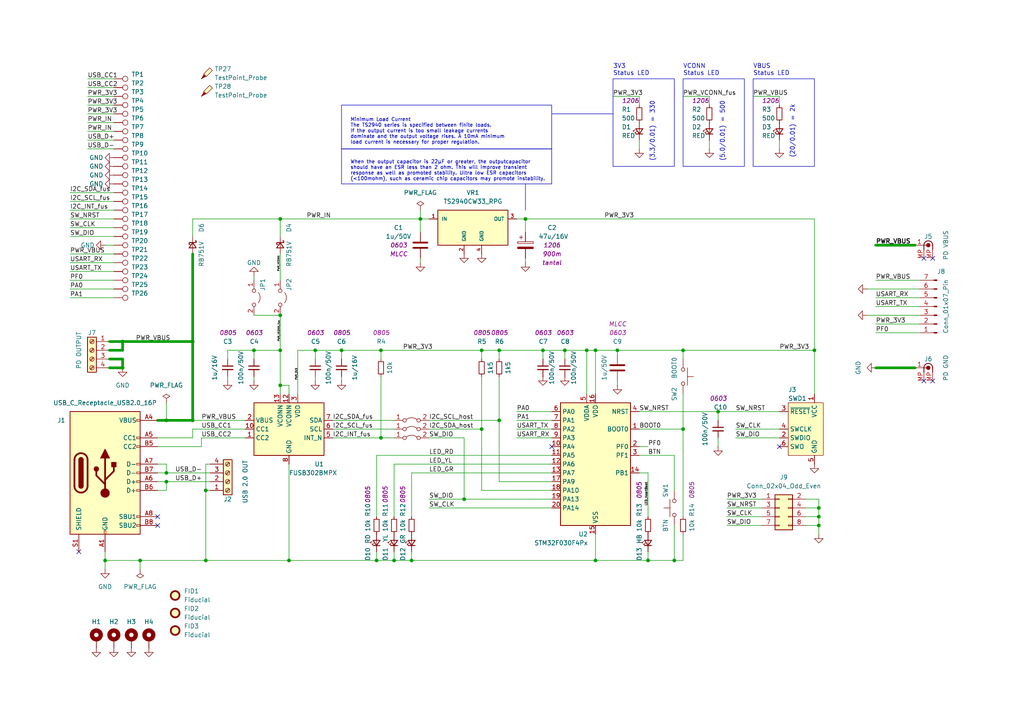
<source format=kicad_sch>
(kicad_sch (version 20231120) (generator "eeschema") (generator_version "8.0")
  (paper "A4")
  (junction (at 208.28 119.38))
  (junction (at 73.66 101.6))
  (junction (at 109.22 162.56))
  (junction (at 81.28 63.5))
  (junction (at 81.28 111.76))
  (junction (at 139.7 124.46))
  (junction (at 99.06 101.6))
  (junction (at 35.56 99.06))
  (junction (at 119.38 162.56))
  (junction (at 237.49 152.4))
  (junction (at 195.58 162.56))
  (junction (at 110.49 101.6))
  (junction (at 139.7 101.6))
  (junction (at 48.26 121.92))
  (junction (at 152.4 63.5))
  (junction (at 172.72 101.6))
  (junction (at 114.3 162.56))
  (junction (at 236.22 101.6))
  (junction (at 91.44 101.6))
  (junction (at 198.12 101.6))
  (junction (at 187.96 162.56))
  (junction (at 81.28 91.44))
  (junction (at 59.69 142.24))
  (junction (at 55.88 99.06))
  (junction (at 157.48 101.6))
  (junction (at 83.82 162.56))
  (junction (at 170.18 101.6))
  (junction (at 48.26 139.7))
  (junction (at 163.83 101.6))
  (junction (at 198.12 124.46))
  (junction (at 172.72 162.56))
  (junction (at 110.49 127))
  (junction (at 55.88 121.92))
  (junction (at 237.49 147.32))
  (junction (at 144.78 101.6))
  (junction (at 237.49 149.86))
  (junction (at 134.62 144.78))
  (junction (at 121.92 63.5))
  (junction (at 48.26 137.16))
  (junction (at 30.48 162.56))
  (junction (at 35.56 106.68))
  (junction (at 59.69 162.56))
  (junction (at 81.28 101.6))
  (junction (at 144.78 121.92))
  (junction (at 40.64 162.56))
  (junction (at 179.07 101.6))
  (no_connect (at 45.72 152.4))
  (no_connect (at 22.86 160.02))
  (no_connect (at 45.72 149.86))
  (no_connect (at 226.06 129.54))
  (no_connect (at 160.02 129.54))
  (no_connect (at 267.97 74.93))
  (no_connect (at 270.51 110.49))
  (no_connect (at 270.51 74.93))
  (no_connect (at 267.97 110.49))
  (wire (pts (xy 226.06 27.94) (xy 226.06 30.48)))
  (wire (pts (xy 198.12 101.6) (xy 236.22 101.6)))
  (wire (pts (xy 31.75 99.06) (xy 35.56 99.06)) (stroke (width 0.762)))
  (wire (pts (xy 25.4 43.18) (xy 33.02 43.18)))
  (wire (pts (xy 81.28 101.6) (xy 81.28 111.76)))
  (wire (pts (xy 254 71.12) (xy 265.43 71.12)) (stroke (width 0.762)))
  (wire (pts (xy 187.96 160.02) (xy 187.96 162.56)))
  (wire (pts (xy 114.3 162.56) (xy 119.38 162.56)))
  (wire (pts (xy 149.86 121.92) (xy 160.02 121.92)))
  (wire (pts (xy 254 96.52) (xy 266.7 96.52)))
  (wire (pts (xy 185.42 119.38) (xy 208.28 119.38)))
  (wire (pts (xy 237.49 149.86) (xy 237.49 147.32)))
  (wire (pts (xy 144.78 109.22) (xy 144.78 121.92)))
  (wire (pts (xy 91.44 101.6) (xy 86.36 101.6)))
  (wire (pts (xy 205.74 40.64) (xy 205.74 43.18)))
  (wire (pts (xy 152.4 63.5) (xy 152.4 67.31)))
  (wire (pts (xy 45.72 134.62) (xy 48.26 134.62)))
  (wire (pts (xy 73.66 101.6) (xy 73.66 104.14)))
  (wire (pts (xy 40.64 162.56) (xy 59.69 162.56)))
  (wire (pts (xy 110.49 127) (xy 114.3 127)))
  (wire (pts (xy 233.68 152.4) (xy 237.49 152.4)))
  (wire (pts (xy 187.96 162.56) (xy 195.58 162.56)))
  (wire (pts (xy 124.46 121.92) (xy 144.78 121.92)))
  (wire (pts (xy 144.78 101.6) (xy 144.78 104.14)))
  (wire (pts (xy 35.56 99.06) (xy 35.56 101.6)) (stroke (width 0.762)))
  (wire (pts (xy 73.66 80.01) (xy 73.66 81.28)))
  (wire (pts (xy 139.7 101.6) (xy 139.7 104.14)))
  (wire (pts (xy 55.88 124.46) (xy 71.12 124.46)))
  (wire (pts (xy 25.4 40.64) (xy 33.02 40.64)))
  (wire (pts (xy 185.42 40.64) (xy 185.42 43.18)))
  (wire (pts (xy 20.32 83.82) (xy 33.02 83.82)))
  (wire (pts (xy 179.07 110.49) (xy 179.07 111.76)))
  (wire (pts (xy 48.26 121.92) (xy 55.88 121.92)) (stroke (width 0.762)))
  (wire (pts (xy 25.4 35.56) (xy 33.02 35.56)))
  (wire (pts (xy 96.52 124.46) (xy 114.3 124.46)))
  (wire (pts (xy 25.4 30.48) (xy 33.02 30.48)))
  (wire (pts (xy 185.42 129.54) (xy 187.96 129.54)))
  (wire (pts (xy 121.92 63.5) (xy 121.92 67.31)))
  (wire (pts (xy 179.07 101.6) (xy 179.07 102.87)))
  (wire (pts (xy 81.28 91.44) (xy 81.28 101.6)))
  (wire (pts (xy 121.92 63.5) (xy 124.46 63.5)))
  (wire (pts (xy 198.12 124.46) (xy 198.12 149.86)))
  (wire (pts (xy 139.7 101.6) (xy 144.78 101.6)))
  (wire (pts (xy 210.82 144.78) (xy 220.98 144.78)))
  (wire (pts (xy 149.86 127) (xy 160.02 127)))
  (wire (pts (xy 208.28 119.38) (xy 226.06 119.38)))
  (wire (pts (xy 55.88 63.5) (xy 81.28 63.5)))
  (wire (pts (xy 233.68 149.86) (xy 237.49 149.86)))
  (wire (pts (xy 198.12 114.3) (xy 198.12 124.46)))
  (wire (pts (xy 210.82 149.86) (xy 220.98 149.86)))
  (wire (pts (xy 20.32 55.88) (xy 33.02 55.88)))
  (wire (pts (xy 172.72 101.6) (xy 179.07 101.6)))
  (wire (pts (xy 185.42 27.94) (xy 185.42 30.48)))
  (wire (pts (xy 172.72 101.6) (xy 170.18 101.6)))
  (wire (pts (xy 114.3 160.02) (xy 114.3 162.56)))
  (wire (pts (xy 213.36 124.46) (xy 226.06 124.46)))
  (wire (pts (xy 160.02 142.24) (xy 139.7 142.24)))
  (wire (pts (xy 48.26 139.7) (xy 60.96 139.7)))
  (wire (pts (xy 48.26 139.7) (xy 48.26 142.24)))
  (wire (pts (xy 179.07 101.6) (xy 198.12 101.6)))
  (wire (pts (xy 81.28 111.76) (xy 83.82 111.76)))
  (wire (pts (xy 20.32 78.74) (xy 33.02 78.74)))
  (wire (pts (xy 110.49 101.6) (xy 110.49 104.14)))
  (wire (pts (xy 144.78 139.7) (xy 160.02 139.7)))
  (wire (pts (xy 59.69 142.24) (xy 60.96 142.24)))
  (wire (pts (xy 59.69 134.62) (xy 59.69 142.24)))
  (wire (pts (xy 149.86 124.46) (xy 160.02 124.46)))
  (wire (pts (xy 124.46 127) (xy 134.62 127)))
  (wire (pts (xy 152.4 63.5) (xy 236.22 63.5)))
  (wire (pts (xy 237.49 144.78) (xy 233.68 144.78)))
  (wire (pts (xy 187.96 137.16) (xy 187.96 149.86)))
  (wire (pts (xy 55.88 121.92) (xy 71.12 121.92)))
  (wire (pts (xy 195.58 152.4) (xy 195.58 162.56)))
  (wire (pts (xy 195.58 162.56) (xy 198.12 162.56)))
  (wire (pts (xy 20.32 81.28) (xy 33.02 81.28)))
  (wire (pts (xy 81.28 63.5) (xy 81.28 68.58)))
  (wire (pts (xy 114.3 134.62) (xy 114.3 149.86)))
  (wire (pts (xy 20.32 68.58) (xy 33.02 68.58)))
  (wire (pts (xy 20.32 58.42) (xy 33.02 58.42)))
  (wire (pts (xy 99.06 109.22) (xy 99.06 110.49)))
  (wire (pts (xy 55.88 99.06) (xy 55.88 121.92)) (stroke (width 0.762)))
  (wire (pts (xy 86.36 101.6) (xy 86.36 114.3)))
  (wire (pts (xy 25.4 38.1) (xy 33.02 38.1)))
  (wire (pts (xy 139.7 142.24) (xy 139.7 124.46)))
  (wire (pts (xy 185.42 124.46) (xy 198.12 124.46)))
  (wire (pts (xy 163.83 101.6) (xy 170.18 101.6)))
  (wire (pts (xy 218.44 27.94) (xy 226.06 27.94)))
  (wire (pts (xy 30.48 71.12) (xy 33.02 71.12)))
  (wire (pts (xy 210.82 147.32) (xy 220.98 147.32)))
  (wire (pts (xy 55.88 127) (xy 45.72 127)))
  (wire (pts (xy 83.82 114.3) (xy 83.82 111.76)))
  (wire (pts (xy 172.72 101.6) (xy 172.72 114.3)))
  (wire (pts (xy 109.22 132.08) (xy 109.22 149.86)))
  (wire (pts (xy 35.56 104.14) (xy 35.56 106.68)) (stroke (width 0.762)))
  (wire (pts (xy 198.12 154.94) (xy 198.12 162.56)))
  (polyline (pts (xy 152.4 53.34) (xy 152.4 60.96)))
  (wire (pts (xy 66.04 109.22) (xy 66.04 110.49)))
  (wire (pts (xy 134.62 144.78) (xy 160.02 144.78)))
  (wire (pts (xy 124.46 147.32) (xy 160.02 147.32)))
  (wire (pts (xy 96.52 121.92) (xy 114.3 121.92)))
  (wire (pts (xy 177.8 27.94) (xy 185.42 27.94)))
  (wire (pts (xy 254 88.9) (xy 266.7 88.9)))
  (wire (pts (xy 237.49 152.4) (xy 237.49 149.86)))
  (wire (pts (xy 45.72 142.24) (xy 48.26 142.24)))
  (polyline (pts (xy 160.02 33.02) (xy 177.8 33.02)))
  (wire (pts (xy 172.72 162.56) (xy 187.96 162.56)))
  (wire (pts (xy 20.32 63.5) (xy 33.02 63.5)))
  (wire (pts (xy 144.78 101.6) (xy 157.48 101.6)))
  (wire (pts (xy 208.28 119.38) (xy 208.28 121.92)))
  (wire (pts (xy 208.28 127) (xy 208.28 129.54)))
  (wire (pts (xy 121.92 60.96) (xy 121.92 63.5)))
  (wire (pts (xy 157.48 101.6) (xy 157.48 104.14)))
  (wire (pts (xy 254 106.68) (xy 265.43 106.68)) (stroke (width 0.762)))
  (wire (pts (xy 99.06 101.6) (xy 99.06 104.14)))
  (wire (pts (xy 48.26 134.62) (xy 48.26 137.16)))
  (wire (pts (xy 58.42 127) (xy 71.12 127)))
  (wire (pts (xy 25.4 33.02) (xy 33.02 33.02)))
  (wire (pts (xy 124.46 124.46) (xy 139.7 124.46)))
  (wire (pts (xy 25.4 22.86) (xy 33.02 22.86)))
  (wire (pts (xy 134.62 127) (xy 134.62 144.78)))
  (wire (pts (xy 30.48 165.1) (xy 30.48 162.56)))
  (wire (pts (xy 31.75 101.6) (xy 35.56 101.6)) (stroke (width 0.762)))
  (wire (pts (xy 81.28 101.6) (xy 73.66 101.6)))
  (wire (pts (xy 30.48 162.56) (xy 40.64 162.56)))
  (wire (pts (xy 45.72 137.16) (xy 48.26 137.16)))
  (wire (pts (xy 91.44 101.6) (xy 91.44 104.14)))
  (wire (pts (xy 25.4 25.4) (xy 33.02 25.4)))
  (wire (pts (xy 237.49 154.94) (xy 237.49 152.4)))
  (wire (pts (xy 109.22 132.08) (xy 160.02 132.08)))
  (wire (pts (xy 251.46 83.82) (xy 266.7 83.82)))
  (wire (pts (xy 198.12 27.94) (xy 205.74 27.94)))
  (wire (pts (xy 170.18 101.6) (xy 170.18 114.3)))
  (wire (pts (xy 81.28 111.76) (xy 81.28 114.3)))
  (wire (pts (xy 30.48 160.02) (xy 30.48 162.56)))
  (wire (pts (xy 55.88 124.46) (xy 55.88 127)))
  (wire (pts (xy 45.72 139.7) (xy 48.26 139.7)))
  (wire (pts (xy 31.75 104.14) (xy 35.56 104.14)) (stroke (width 0.762)))
  (wire (pts (xy 55.88 73.66) (xy 55.88 99.06)) (stroke (width 0.762)))
  (wire (pts (xy 96.52 127) (xy 110.49 127)))
  (wire (pts (xy 83.82 162.56) (xy 109.22 162.56)))
  (wire (pts (xy 55.88 63.5) (xy 55.88 68.58)))
  (wire (pts (xy 144.78 121.92) (xy 144.78 139.7)))
  (wire (pts (xy 157.48 101.6) (xy 163.83 101.6)))
  (wire (pts (xy 185.42 132.08) (xy 195.58 132.08)))
  (wire (pts (xy 172.72 154.94) (xy 172.72 162.56)))
  (wire (pts (xy 20.32 60.96) (xy 33.02 60.96)))
  (wire (pts (xy 81.28 63.5) (xy 121.92 63.5)))
  (wire (pts (xy 81.28 73.66) (xy 81.28 81.28)))
  (wire (pts (xy 114.3 134.62) (xy 160.02 134.62)))
  (wire (pts (xy 233.68 147.32) (xy 237.49 147.32)))
  (wire (pts (xy 254 86.36) (xy 266.7 86.36)))
  (wire (pts (xy 110.49 101.6) (xy 139.7 101.6)))
  (wire (pts (xy 35.56 99.06) (xy 55.88 99.06)) (stroke (width 0.762)))
  (wire (pts (xy 73.66 109.22) (xy 73.66 110.49)))
  (wire (pts (xy 31.75 106.68) (xy 35.56 106.68)) (stroke (width 0.762)))
  (wire (pts (xy 251.46 91.44) (xy 266.7 91.44)))
  (wire (pts (xy 163.83 101.6) (xy 163.83 104.14)))
  (wire (pts (xy 205.74 27.94) (xy 205.74 30.48)))
  (wire (pts (xy 91.44 101.6) (xy 99.06 101.6)))
  (wire (pts (xy 109.22 162.56) (xy 114.3 162.56)))
  (wire (pts (xy 58.42 129.54) (xy 58.42 127)))
  (wire (pts (xy 198.12 101.6) (xy 198.12 104.14)))
  (wire (pts (xy 48.26 116.84) (xy 48.26 121.92)))
  (wire (pts (xy 59.69 162.56) (xy 83.82 162.56)))
  (wire (pts (xy 124.46 144.78) (xy 134.62 144.78)))
  (wire (pts (xy 237.49 147.32) (xy 237.49 144.78)))
  (wire (pts (xy 226.06 40.64) (xy 226.06 43.18)))
  (wire (pts (xy 110.49 109.22) (xy 110.49 127)))
  (wire (pts (xy 59.69 142.24) (xy 59.69 162.56)))
  (wire (pts (xy 119.38 160.02) (xy 119.38 162.56)))
  (wire (pts (xy 99.06 101.6) (xy 110.49 101.6)))
  (wire (pts (xy 66.04 101.6) (xy 66.04 104.14)))
  (wire (pts (xy 73.66 101.6) (xy 66.04 101.6)))
  (wire (pts (xy 149.86 119.38) (xy 160.02 119.38)))
  (wire (pts (xy 119.38 137.16) (xy 160.02 137.16)))
  (wire (pts (xy 139.7 109.22) (xy 139.7 124.46)))
  (wire (pts (xy 83.82 134.62) (xy 83.82 162.56)))
  (wire (pts (xy 45.72 121.92) (xy 48.26 121.92)) (stroke (width 0.762)))
  (wire (pts (xy 149.86 63.5) (xy 152.4 63.5)))
  (wire (pts (xy 121.92 74.93) (xy 121.92 76.2)))
  (wire (pts (xy 20.32 86.36) (xy 33.02 86.36)))
  (wire (pts (xy 91.44 109.22) (xy 91.44 110.49)))
  (wire (pts (xy 45.72 129.54) (xy 58.42 129.54)))
  (wire (pts (xy 213.36 127) (xy 226.06 127)))
  (wire (pts (xy 20.32 76.2) (xy 33.02 76.2)))
  (wire (pts (xy 73.66 91.44) (xy 81.28 91.44)))
  (wire (pts (xy 25.4 27.94) (xy 33.02 27.94)))
  (wire (pts (xy 185.42 137.16) (xy 187.96 137.16)))
  (wire (pts (xy 40.64 165.1) (xy 40.64 162.56)))
  (wire (pts (xy 254 81.28) (xy 266.7 81.28)))
  (wire (pts (xy 195.58 132.08) (xy 195.58 142.24)))
  (wire (pts (xy 48.26 137.16) (xy 60.96 137.16)))
  (wire (pts (xy 119.38 162.56) (xy 172.72 162.56)))
  (wire (pts (xy 20.32 66.04) (xy 33.02 66.04)))
  (wire (pts (xy 152.4 74.93) (xy 152.4 76.2)))
  (wire (pts (xy 236.22 101.6) (xy 236.22 114.3)))
  (wire (pts (xy 109.22 160.02) (xy 109.22 162.56)))
  (wire (pts (xy 60.96 134.62) (xy 59.69 134.62)))
  (wire (pts (xy 119.38 137.16) (xy 119.38 149.86)))
  (wire (pts (xy 210.82 152.4) (xy 220.98 152.4)))
  (wire (pts (xy 254 93.98) (xy 266.7 93.98)))
  (wire (pts (xy 20.32 73.66) (xy 33.02 73.66)))
  (wire (pts (xy 236.22 63.5) (xy 236.22 101.6)))
  (rectangle (start 99.06 30.48) (end 160.02 43.18))
  (rectangle (start 99.06 43.18) (end 160.02 53.34))
  (rectangle (start 218.44 22.86) (end 236.22 48.26))
  (rectangle (start 198.12 22.86) (end 215.9 48.26))
  (rectangle (start 177.8 22.86) (end 195.58 48.26))
  (text "(5.0/0.01) = 500" (at 209.55 38.1 90) (effects (font (size 1.27 1.27))))
  (text "VBUS\nStatus LED" (at 218.44 20.32 0) (effects (font (size 1.27 1.27)) (justify left)))
  (text "VCONN\nStatus LED" (at 198.12 20.32 0) (effects (font (size 1.27 1.27)) (justify left)))
  (text "Minimum Load Current\nThe TS2940 series is specified between finite loads. \nIf the output current is too small leakage currents \ndominate and the output voltage rises. A 10mA minimum \nload current is necessary for proper regulation. " (at 101.6 38.1 0) (effects (font (size 1.016 1.016)) (justify left)))
  (text "When the output capacitor is 22µF or greater, the outputcapacitor \nshould have an ESR less than 2 ohm. This will improve transient \nresponse as well as promoted stability. Ultra low ESR capacitors \n(<100mohm), such as ceramic chip capacitors may promote instability." (at 101.6 49.53 0) (effects (font (size 1.016 1.016)) (justify left)))
  (text "(20/0.01) = 2k" (at 229.87 38.1 90) (effects (font (size 1.27 1.27))))
  (text "3V3\nStatus LED" (at 177.8 20.32 0) (effects (font (size 1.27 1.27)) (justify left)))
  (text "(3.3/0.01) = 330" (at 189.23 38.1 90) (effects (font (size 1.27 1.27))))
  (label "LED_YL" (at 124.46 134.62 0))
  (label "SW_CLK" (at 20.32 66.04 0))
  (label "PWR_3V3" (at 86.36 106.68 270) (effects (font (size 0.508 0.508))))
  (label "PWR_VBUS" (at 254 71.12 0) (effects (font (thickness 0.254) (bold yes))))
  (label "PWR_3V3" (at 25.4 33.02 0))
  (label "PA0" (at 149.86 119.38 0))
  (label "USB_CC2" (at 25.4 25.4 0))
  (label "PWR_3V3" (at 254 93.98 0))
  (label "PWR_VBUS" (at 218.44 27.94 0))
  (label "USART_RX" (at 149.86 127 0))
  (label "PWR_VCONN_fus" (at 81.28 99.06 90) (effects (font (size 0.508 0.508))))
  (label "I2C_SDA_fus" (at 96.52 121.92 0))
  (label "I2C_INT_fus" (at 96.52 127 0))
  (label "SW_CLK" (at 124.46 147.32 0))
  (label "PWR_IN" (at 88.9 63.5 0))
  (label "SW_NRST" (at 213.36 119.38 0))
  (label "SW_DIO" (at 213.36 127 0))
  (label "SW_NRST" (at 210.82 147.32 0))
  (label "SW_NRST" (at 20.32 63.5 0))
  (label "LED_heartBeat" (at 187.96 139.7 270) (effects (font (size 0.635 0.635))))
  (label "BTN" (at 187.96 132.08 0))
  (label "USB_D-" (at 50.8 137.16 0))
  (label "SW_NRST" (at 185.42 119.38 0))
  (label "PF0" (at 254 96.52 0))
  (label "I2C_SCL_host" (at 124.46 121.92 0))
  (label "PWR_3V3" (at 116.84 101.6 0))
  (label "USART_TX" (at 149.86 124.46 0))
  (label "PA1" (at 20.32 86.36 0))
  (label "I2C_INT_fus" (at 20.32 60.96 0))
  (label "SW_DIO" (at 124.46 144.78 0))
  (label "USB_D-" (at 25.4 43.18 0))
  (label "PA0" (at 20.32 83.82 0))
  (label "PWR_VCONN_fus" (at 198.12 27.94 0))
  (label "LED_GR" (at 124.46 137.16 0))
  (label "USART_TX" (at 20.32 78.74 0))
  (label "I2C_SDA_host" (at 124.46 124.46 0))
  (label "PWR_3V3" (at 210.82 144.78 0))
  (label "I2C_SCL_fus" (at 96.52 124.46 0))
  (label "PWR_VBUS" (at 58.42 121.92 0))
  (label "PWR_3V3" (at 25.4 27.94 0))
  (label "PWR_3V3" (at 25.4 30.48 0))
  (label "LED_RD" (at 124.46 132.08 0))
  (label "SW_CLK" (at 210.82 149.86 0))
  (label "PWR_3V3" (at 175.26 63.5 0))
  (label "USART_RX" (at 20.32 76.2 0))
  (label "PA1" (at 149.86 121.92 0))
  (label "USART_TX" (at 254 88.9 0))
  (label "SW_DIO" (at 124.46 127 0))
  (label "BOOT0" (at 185.42 124.46 0))
  (label "USB_CC2" (at 58.42 127 0))
  (label "PWR_IN" (at 25.4 35.56 0))
  (label "USB_CC1" (at 58.42 124.46 0))
  (label "USB_CC1" (at 25.4 22.86 0))
  (label "PWR_VBUS" (at 254 81.28 0))
  (label "USB_D+" (at 50.8 139.7 0))
  (label "PWR_VBUS" (at 20.32 73.66 0))
  (label "SW_DIO" (at 20.32 68.58 0))
  (label "I2C_SDA_fus" (at 20.32 55.88 0))
  (label "SW_DIO" (at 210.82 152.4 0))
  (label "PF0" (at 187.96 129.54 0))
  (label "I2C_SCL_fus" (at 20.32 58.42 0))
  (label "SW_CLK" (at 213.36 124.46 0))
  (label "PWR_VBUS" (at 39.37 99.06 0))
  (label "PF0" (at 20.32 81.28 0))
  (label "PWR_3V3" (at 177.8 27.94 0))
  (label "USART_RX" (at 254 86.36 0))
  (label "PWR_3V3" (at 226.06 101.6 0))
  (label "PWR_VCONN" (at 81.28 78.74 90) (effects (font (size 0.508 0.508) (thickness 0.254) (bold yes))))
  (label "PWR_IN" (at 25.4 38.1 0))
  (label "USB_D+" (at 25.4 40.64 0))
  (symbol (lib_id "Connector:TestPoint") (at 33.02 35.56 270) (unit 1)
    (property "Reference" "TP6" (at 38.1 34.2899 90) (effects (justify left)))
    (property "Value" "TestPoint" (effects (hide yes)))
    (property "Footprint" "TestPoint:TestPoint_Pad_D1.0mm" (effects (hide yes)))
    (property "Description" "test point" (effects (hide yes)))
  )
  (symbol (lib_id "Device:R_Small") (at 139.7 106.68 0) (unit 1)
    (property "Reference" "R5" (at 138.43 99.06 0) (effects (justify left)))
    (property "Value" "1k5" (at 142.24 106.68 90))
    (property "Footprint" "Resistor_SMD:R_0805_2012Metric_Pad1.20x1.40mm_HandSolder" (effects (hide yes)))
    (property "Description" "Resistor, small symbol" (effects (hide yes)))
    (property "Package" "0805" (at 139.7 96.52 0) (effects (font (italic yes))))
  )
  (symbol (lib_id "schutzinger SWEB 8094:Banana_4mm") (at 269.24 71.12 0) (mirror y) (unit 1)
    (property "Reference" "J5" (at 269.24 68.58 0))
    (property "Value" "PD VBUS" (at 274.32 71.12 90))
    (property "Footprint" "_schutzinger SWEB 8094:SWEB 8094 RED" (effects (hide yes)))
  )
  (symbol (lib_id "power:GND") (at 33.02 48.26 270) (mirror x) (unit 1)
    (property "Reference" "#PWR029" (effects (hide yes)))
    (property "Value" "GND" (at 27.94 48.26 90))
    (property "Description" "Power symbol creates a global label with name \"GND\" , ground" (effects (hide yes)))
  )
  (symbol (lib_id "power:GND") (at 163.83 109.22 0) (unit 1)
    (property "Reference" "#PWR03" (effects (hide yes)))
    (property "Value" "GND" (effects (hide yes)))
    (property "Description" "Power symbol creates a global label with name \"GND\" , ground" (effects (hide yes)))
  )
  (symbol (lib_id "Device:C_Small") (at 66.04 106.68 0) (unit 1)
    (property "Reference" "C3" (at 66.04 99.06 0))
    (property "Value" "1u/16V" (at 62.23 106.68 90))
    (property "Footprint" "Capacitor_SMD:C_0805_2012Metric_Pad1.18x1.45mm_HandSolder" (effects (hide yes)))
    (property "Description" "Unpolarized capacitor, small symbol" (effects (hide yes)))
    (property "Package" "0805" (at 66.04 96.52 0) (effects (font (italic yes))))
  )
  (symbol (lib_id "power:GND") (at 237.49 154.94 0) (mirror y) (unit 1)
    (property "Reference" "#PWR022" (effects (hide yes)))
    (property "Value" "GND" (effects (hide yes)))
    (property "Description" "Power symbol creates a global label with name \"GND\" , ground" (effects (hide yes)))
  )
  (symbol (lib_id "Connector:TestPoint") (at 33.02 63.5 270) (unit 1)
    (property "Reference" "TP17" (at 38.1 62.2299 90) (effects (justify left)))
    (property "Value" "TestPoint" (effects (hide yes)))
    (property "Footprint" "TestPoint:TestPoint_Pad_D1.0mm" (effects (hide yes)))
    (property "Description" "test point" (effects (hide yes)))
  )
  (symbol (lib_id "Connector:TestPoint") (at 33.02 22.86 270) (unit 1)
    (property "Reference" "TP1" (at 38.1 21.5899 90) (effects (justify left)))
    (property "Value" "TestPoint" (effects (hide yes)))
    (property "Footprint" "TestPoint:TestPoint_Pad_D1.0mm" (effects (hide yes)))
    (property "Description" "test point" (effects (hide yes)))
  )
  (symbol (lib_id "Connector:TestPoint") (at 33.02 73.66 270) (unit 1)
    (property "Reference" "TP21" (at 38.1 72.3899 90) (effects (justify left)))
    (property "Value" "TestPoint" (effects (hide yes)))
    (property "Footprint" "TestPoint:TestPoint_Pad_D1.0mm" (effects (hide yes)))
    (property "Description" "test point" (effects (hide yes)))
  )
  (symbol (lib_id "Connector:USB_C_Receptacle_USB2.0_16P") (at 30.48 137.16 0) (unit 1)
    (property "Reference" "J1" (at 17.78 121.92 0))
    (property "Value" "USB_C_Receptacle_USB2.0_16P" (at 30.48 116.84 0))
    (property "Footprint" "_GCT_USB4520:GCT_USB4520-03-0-A_REVA" (effects (hide yes)))
    (property "Datasheet" "https://www.usb.org/sites/default/files/documents/usb_type-c.zip" (effects (hide yes)))
    (property "Description" "USB 2.0-only 16P Type-C Receptacle connector" (effects (hide yes)))
  )
  (symbol (lib_id "Mechanical:Fiducial") (at 50.8 182.88 0) (unit 1)
    (property "Reference" "FID3" (at 53.34 181.6099 0) (effects (justify left)))
    (property "Value" "Fiducial" (at 53.34 184.1499 0) (effects (justify left)))
    (property "Footprint" "Fiducial:Fiducial_0.5mm_Mask1.5mm" (effects (hide yes)))
    (property "Description" "Fiducial Marker" (effects (hide yes)))
  )
  (symbol (lib_id "Device:LED_Small") (at 119.38 157.48 90) (unit 1)
    (property "Reference" "D12" (at 116.84 158.75 0) (effects (justify right)))
    (property "Value" "GR" (at 116.84 154.94 0) (effects (justify right)))
    (property "Footprint" "LED_SMD:LED_1206_3216Metric_Pad1.42x1.75mm_HandSolder" (effects (hide yes)))
    (property "Description" "Light emitting diode, small symbol" (effects (hide yes)))
  )
  (symbol (lib_id "TS2940CW33_RPG:TS2940CW33_RPG") (at 137.16 66.04 0) (unit 1)
    (property "Reference" "VR1" (at 137.16 55.88 0))
    (property "Value" "TS2940CW33_RPG" (at 137.16 58.42 0))
    (property "Footprint" "_TS2940CW33:TS2940CW33_RPG" (effects (hide yes)))
    (property "MF" "Taiwan Semiconductor Corporation" (effects (hide yes)))
    (property "MAXIMUM_PACKAGE_HEIGHT" "1.80mm" (effects (hide yes)))
    (property "Package" "SOT-223 Taiwan Semiconductor" (effects (hide yes)))
    (property "Price" "None" (effects (hide yes)))
    (property "Check_prices" "https://www.snapeda.com/parts/TS2940CW33%20RPG/Taiwan+Semiconductor/view-part/?ref=eda" (effects (hide yes)))
    (property "STANDARD" "Manufacturer recommendation" (effects (hide yes)))
    (property "PARTREV" "E15" (effects (hide yes)))
    (property "SnapEDA_Link" "https://www.snapeda.com/parts/TS2940CW33%20RPG/Taiwan+Semiconductor/view-part/?ref=snap" (effects (hide yes)))
    (property "MP" "TS2940CW33 RPG" (effects (hide yes)))
    (property "Purchase-URL" "https://www.snapeda.com/api/url_track_click_mouser/?unipart_id=3656298&manufacturer=Taiwan Semiconductor Corporation&part_name=TS2940CW33 RPG&search_term=ts2940c" (effects (hide yes)))
    (property "Description_1" "\n1A 3.3V ULTRA LOW DROPOUT VOLTAGE REGULATOR\n" (effects (hide yes)))
    (property "Availability" "In Stock" (effects (hide yes)))
    (property "MANUFACTURER" "Taiwan Semiconductor" (effects (hide yes)))
  )
  (symbol (lib_id "Device:C_Small") (at 208.28 124.46 0) (unit 1)
    (property "Reference" "C10" (at 207.01 118.11 0) (effects (justify left)))
    (property "Value" "100n/50V" (at 204.47 124.46 90))
    (property "Footprint" "Capacitor_SMD:C_0603_1608Metric_Pad1.08x0.95mm_HandSolder" (effects (hide yes)))
    (property "Description" "Unpolarized capacitor, small symbol" (effects (hide yes)))
    (property "Package" "0603" (at 208.28 115.57 0) (effects (font (italic yes))))
  )
  (symbol (lib_id "Mechanical:MountingHole_Pad") (at 33.02 185.42 0) (unit 1)
    (property "Reference" "H2" (at 33.02 180.34 0))
    (property "Value" "MountingHole_Pad" (effects (hide yes)))
    (property "Footprint" "MountingHole:MountingHole_3.2mm_M3_Pad_Via" (effects (hide yes)))
    (property "Description" "Mounting Hole with connection" (effects (hide yes)))
  )
  (symbol (lib_id "Device:D_Schottky_Small") (at 81.28 71.12 270) (unit 1)
    (property "Reference" "D4" (at 83.82 66.04 0))
    (property "Value" "RB751V" (at 83.82 73.66 0))
    (property "Footprint" "Diode_SMD:D_SOD-323F" (effects (hide yes)))
    (property "Description" "Schottky diode, small symbol" (effects (hide yes)))
  )
  (symbol (lib_id "Device:R_Small") (at 205.74 33.02 0) (unit 1)
    (property "Reference" "R2" (at 200.66 31.75 0) (effects (justify left)))
    (property "Value" "500" (at 200.66 34.29 0) (effects (justify left)))
    (property "Footprint" "Resistor_SMD:R_1206_3216Metric_Pad1.30x1.75mm_HandSolder" (effects (hide yes)))
    (property "Description" "Resistor, small symbol" (effects (hide yes)))
    (property "Package " "1206" (at 200.66 29.21 0) (effects (font (italic yes)) (justify left)))
  )
  (symbol (lib_id "power:GND") (at 43.18 187.96 0) (unit 1)
    (property "Reference" "#PWR024" (effects (hide yes)))
    (property "Value" "GND" (effects (hide yes)))
    (property "Description" "Power symbol creates a global label with name \"GND\" , ground" (effects (hide yes)))
  )
  (symbol (lib_id "Device:LED_Small") (at 114.3 157.48 90) (unit 1)
    (property "Reference" "D11" (at 111.76 158.75 0) (effects (justify right)))
    (property "Value" "YL" (at 111.76 154.94 0) (effects (justify right)))
    (property "Footprint" "LED_SMD:LED_1206_3216Metric_Pad1.42x1.75mm_HandSolder" (effects (hide yes)))
    (property "Description" "Light emitting diode, small symbol" (effects (hide yes)))
  )
  (symbol (lib_id "power:GND") (at 121.92 76.2 0) (unit 1)
    (property "Reference" "#PWR05" (effects (hide yes)))
    (property "Value" "GND" (effects (hide yes)))
    (property "Description" "Power symbol creates a global label with name \"GND\" , ground" (effects (hide yes)))
  )
  (symbol (lib_id "Connector:TestPoint") (at 33.02 27.94 270) (unit 1)
    (property "Reference" "TP3" (at 38.1 26.6699 90) (effects (justify left)))
    (property "Value" "TestPoint" (effects (hide yes)))
    (property "Footprint" "TestPoint:TestPoint_Pad_D1.0mm" (effects (hide yes)))
    (property "Description" "test point" (effects (hide yes)))
  )
  (symbol (lib_id "Device:LED_Small") (at 187.96 157.48 90) (unit 1)
    (property "Reference" "D13" (at 185.42 158.75 0) (effects (justify right)))
    (property "Value" "HB" (at 185.42 154.94 0) (effects (justify right)))
    (property "Footprint" "LED_SMD:LED_1206_3216Metric_Pad1.42x1.75mm_HandSolder" (effects (hide yes)))
    (property "Description" "Light emitting diode, small symbol" (effects (hide yes)))
  )
  (symbol (lib_id "Connector:TestPoint") (at 33.02 53.34 270) (unit 1)
    (property "Reference" "TP13" (at 38.1 52.0699 90) (effects (justify left)))
    (property "Value" "TestPoint" (effects (hide yes)))
    (property "Footprint" "TestPoint:TestPoint_Pad_D1.0mm" (effects (hide yes)))
    (property "Description" "test point" (effects (hide yes)))
  )
  (symbol (lib_id "Device:R_Small") (at 226.06 33.02 0) (unit 1)
    (property "Reference" "R3" (at 220.98 31.75 0) (effects (justify left)))
    (property "Value" "500" (at 220.98 34.29 0) (effects (justify left)))
    (property "Footprint" "Resistor_SMD:R_1206_3216Metric_Pad1.30x1.75mm_HandSolder" (effects (hide yes)))
    (property "Description" "Resistor, small symbol" (effects (hide yes)))
    (property "Package " "1206" (at 220.98 29.21 0) (effects (font (italic yes)) (justify left)))
  )
  (symbol (lib_id "power:PWR_FLAG") (at 48.26 116.84 0) (mirror y) (unit 1)
    (property "Reference" "#FLG01" (effects (hide yes)))
    (property "Value" "PWR_FLAG" (at 48.26 111.76 0))
    (property "Description" "Special symbol for telling ERC where power comes from" (effects (hide yes)))
  )
  (symbol (lib_id "Connector:TestPoint_Probe") (at 58.42 22.86 0) (unit 1)
    (property "Reference" "TP27" (at 62.23 20.0024 0) (effects (justify left)))
    (property "Value" "TestPoint_Probe" (at 62.23 22.5424 0) (effects (justify left)))
    (property "Footprint" "TestPoint:TestPoint_Keystone_5019_Minature" (effects (hide yes)))
    (property "Description" "test point (alternative probe-style design)" (effects (hide yes)))
  )
  (symbol (lib_id "Connector:TestPoint") (at 33.02 45.72 270) (unit 1)
    (property "Reference" "TP10" (at 38.1 44.4499 90) (effects (justify left)))
    (property "Value" "TestPoint" (effects (hide yes)))
    (property "Footprint" "TestPoint:TestPoint_Pad_D1.0mm" (effects (hide yes)))
    (property "Description" "test point" (effects (hide yes)))
  )
  (symbol (lib_id "Connector:TestPoint") (at 33.02 38.1 270) (unit 1)
    (property "Reference" "TP7" (at 38.1 36.8299 90) (effects (justify left)))
    (property "Value" "TestPoint" (effects (hide yes)))
    (property "Footprint" "TestPoint:TestPoint_Pad_D1.0mm" (effects (hide yes)))
    (property "Description" "test point" (effects (hide yes)))
  )
  (symbol (lib_id "Switch:SW_Omron_B3FS") (at 198.12 109.22 270) (unit 1)
    (property "Reference" "SW2" (at 195.58 114.3 0))
    (property "Value" "BOOT0" (at 195.58 106.68 0))
    (property "Footprint" "Button_Switch_SMD:SW_SPST_TL3305A" (effects (hide yes)))
    (property "Datasheet" "https://omronfs.omron.com/en_US/ecb/products/pdf/en-b3fs.pdf" (effects (hide yes)))
    (property "Description" "Omron B3FS 6x6mm single pole normally-open tactile switch" (effects (hide yes)))
  )
  (symbol (lib_id "power:GND") (at 251.46 83.82 270) (unit 1)
    (property "Reference" "#PWR021" (effects (hide yes)))
    (property "Value" "GND" (effects (hide yes)))
    (property "Description" "Power symbol creates a global label with name \"GND\" , ground" (effects (hide yes)))
  )
  (symbol (lib_id "power:GND") (at 38.1 187.96 0) (unit 1)
    (property "Reference" "#PWR025" (effects (hide yes)))
    (property "Value" "GND" (effects (hide yes)))
    (property "Description" "Power symbol creates a global label with name \"GND\" , ground" (effects (hide yes)))
  )
  (symbol (lib_id "Connector:TestPoint") (at 33.02 78.74 270) (unit 1)
    (property "Reference" "TP23" (at 38.1 77.4699 90) (effects (justify left)))
    (property "Value" "TestPoint" (effects (hide yes)))
    (property "Footprint" "TestPoint:TestPoint_Pad_D1.0mm" (effects (hide yes)))
    (property "Description" "test point" (effects (hide yes)))
  )
  (symbol (lib_id "Connector:TestPoint") (at 33.02 55.88 270) (unit 1)
    (property "Reference" "TP14" (at 38.1 54.6099 90) (effects (justify left)))
    (property "Value" "TestPoint" (effects (hide yes)))
    (property "Footprint" "TestPoint:TestPoint_Pad_D1.0mm" (effects (hide yes)))
    (property "Description" "test point" (effects (hide yes)))
  )
  (symbol (lib_id "Device:LED_Small") (at 205.74 38.1 90) (unit 1)
    (property "Reference" "D2" (at 200.66 36.83 90) (effects (justify right)))
    (property "Value" "RED" (at 200.66 39.37 90) (effects (justify right)))
    (property "Footprint" "LED_SMD:LED_1206_3216Metric_Pad1.42x1.75mm_HandSolder" (effects (hide yes)))
    (property "Description" "Light emitting diode, small symbol" (effects (hide yes)))
  )
  (symbol (lib_id "Connector:TestPoint") (at 33.02 68.58 270) (unit 1)
    (property "Reference" "TP19" (at 38.1 67.3099 90) (effects (justify left)))
    (property "Value" "TestPoint" (effects (hide yes)))
    (property "Footprint" "TestPoint:TestPoint_Pad_D1.0mm" (effects (hide yes)))
    (property "Description" "test point" (effects (hide yes)))
  )
  (symbol (lib_id "Connector:TestPoint") (at 33.02 48.26 270) (unit 1)
    (property "Reference" "TP11" (at 38.1 46.9899 90) (effects (justify left)))
    (property "Value" "TestPoint" (effects (hide yes)))
    (property "Footprint" "TestPoint:TestPoint_Pad_D1.0mm" (effects (hide yes)))
    (property "Description" "test point" (effects (hide yes)))
  )
  (symbol (lib_id "Mechanical:Fiducial") (at 50.8 177.8 0) (unit 1)
    (property "Reference" "FID2" (at 53.34 176.5299 0) (effects (justify left)))
    (property "Value" "Fiducial" (at 53.34 179.0699 0) (effects (justify left)))
    (property "Footprint" "Fiducial:Fiducial_0.5mm_Mask1.5mm" (effects (hide yes)))
    (property "Description" "Fiducial Marker" (effects (hide yes)))
  )
  (symbol (lib_id "power:GND") (at 33.02 45.72 270) (mirror x) (unit 1)
    (property "Reference" "#PWR028" (effects (hide yes)))
    (property "Value" "GND" (at 27.94 45.72 90))
    (property "Description" "Power symbol creates a global label with name \"GND\" , ground" (effects (hide yes)))
  )
  (symbol (lib_id "power:GND") (at 30.48 71.12 270) (mirror x) (unit 1)
    (property "Reference" "#PWR032" (effects (hide yes)))
    (property "Value" "GND" (at 25.4 71.12 90))
    (property "Description" "Power symbol creates a global label with name \"GND\" , ground" (effects (hide yes)))
  )
  (symbol (lib_id "Connector_Generic:Conn_02x04_Odd_Even") (at 226.06 147.32 0) (unit 1)
    (property "Reference" "J9" (at 227.33 138.43 0))
    (property "Value" "Conn_02x04_Odd_Even" (at 227.33 140.97 0))
    (property "Footprint" "Connector_PinSocket_2.54mm:PinSocket_2x04_P2.54mm_Vertical" (effects (hide yes)))
    (property "Description" "Generic connector, double row, 02x04, odd/even pin numbering scheme (row 1 odd numbers, row 2 even numbers), script generated (kicad-library-utils/schlib/autogen/connector/)" (effects (hide yes)))
  )
  (symbol (lib_id "schutzinger SWEB 8094:Banana_4mm") (at 269.24 106.68 0) (mirror y) (unit 1)
    (property "Reference" "J6" (at 269.24 104.14 0))
    (property "Value" "PD GND" (at 274.32 106.68 90))
    (property "Footprint" "_schutzinger SWEB 8094:SWEB 8094 BLACK" (effects (hide yes)))
  )
  (symbol (lib_id "power:GND") (at 73.66 80.01 180) (unit 1)
    (property "Reference" "#PWR018" (effects (hide yes)))
    (property "Value" "GND" (at 73.66 76.2 0))
    (property "Description" "Power symbol creates a global label with name \"GND\" , ground" (effects (hide yes)))
  )
  (symbol (lib_id "Connector:TestPoint") (at 33.02 86.36 270) (unit 1)
    (property "Reference" "TP26" (at 38.1 85.0899 90) (effects (justify left)))
    (property "Value" "TestPoint" (effects (hide yes)))
    (property "Footprint" "TestPoint:TestPoint_Pad_D1.0mm" (effects (hide yes)))
    (property "Description" "test point" (effects (hide yes)))
  )
  (symbol (lib_id "Jumper:Jumper_2_Open") (at 73.66 86.36 270) (unit 1)
    (property "Reference" "JP1" (at 76.2 82.55 0))
    (property "Value" "Jumper_2_Open" (effects (hide yes)))
    (property "Footprint" "TestPoint:TestPoint_2Pads_Pitch2.54mm_Drill0.8mm" (effects (hide yes)))
    (property "Description" "Jumper, 2-pole, open" (effects (hide yes)))
  )
  (symbol (lib_id "Device:C") (at 121.92 71.12 0) (unit 1)
    (property "Reference" "C1" (at 115.57 66.04 0))
    (property "Value" "1u/50V" (at 115.57 68.58 0))
    (property "Footprint" "Capacitor_SMD:C_0603_1608Metric_Pad1.08x0.95mm_HandSolder" (effects (hide yes)))
    (property "Description" "MLCC" (at 115.57 73.66 0) (effects (font (italic yes))))
    (property "Package" "0603" (at 115.57 71.12 0) (effects (font (italic yes))))
    (property "Example" "TPSA226K010R0900" (effects (hide yes)))
  )
  (symbol (lib_id "Connector:Conn_01x07_Pin") (at 271.78 88.9 180) (unit 1)
    (property "Reference" "J8" (at 271.78 78.74 0) (effects (justify right)))
    (property "Value" "Conn_01x07_Pin" (at 274.32 88.9 90))
    (property "Footprint" "Connector_PinSocket_2.54mm:PinSocket_1x07_P2.54mm_Vertical" (effects (hide yes)))
    (property "Description" "Generic connector, single row, 01x07, script generated" (effects (hide yes)))
  )
  (symbol (lib_id "Jumper:Jumper_2_Bridged") (at 119.38 124.46 0) (unit 1)
    (property "Reference" "JP4" (effects (hide yes)))
    (property "Value" "Jumper_2_Open" (effects (hide yes)))
    (property "Footprint" "TestPoint:TestPoint_2Pads_Pitch2.54mm_Drill0.8mm" (effects (hide yes)))
    (property "Description" "Jumper, 2-pole, closed/bridged" (effects (hide yes)))
  )
  (symbol (lib_id "Mechanical:MountingHole_Pad") (at 38.1 185.42 0) (unit 1)
    (property "Reference" "H3" (at 38.1 180.34 0))
    (property "Value" "MountingHole_Pad" (effects (hide yes)))
    (property "Footprint" "MountingHole:MountingHole_3.2mm_M3_Pad_Via" (effects (hide yes)))
    (property "Description" "Mounting Hole with connection" (effects (hide yes)))
  )
  (symbol (lib_id "power:PWR_FLAG") (at 40.64 165.1 180) (unit 1)
    (property "Reference" "#FLG02" (effects (hide yes)))
    (property "Value" "PWR_FLAG" (at 40.64 170.18 0))
    (property "Description" "Special symbol for telling ERC where power comes from" (effects (hide yes)))
  )
  (symbol (lib_id "Connector:TestPoint") (at 33.02 71.12 270) (unit 1)
    (property "Reference" "TP20" (at 38.1 69.8499 90) (effects (justify left)))
    (property "Value" "TestPoint" (effects (hide yes)))
    (property "Footprint" "TestPoint:TestPoint_Pad_D1.0mm" (effects (hide yes)))
    (property "Description" "test point" (effects (hide yes)))
  )
  (symbol (lib_id "Device:R_Small") (at 114.3 152.4 0) (unit 1)
    (property "Reference" "R11" (at 111.76 149.86 90) (effects (justify left)))
    (property "Value" "10k" (at 111.76 152.4 90))
    (property "Footprint" "Resistor_SMD:R_0805_2012Metric_Pad1.20x1.40mm_HandSolder" (effects (hide yes)))
    (property "Description" "Resistor, small symbol" (effects (hide yes)))
    (property "Package" "0805" (at 111.76 143.51 90) (effects (font (italic yes))))
  )
  (symbol (lib_id "Device:C_Small") (at 91.44 106.68 0) (unit 1)
    (property "Reference" "C5" (at 90.17 99.06 0) (effects (justify left)))
    (property "Value" "100n/50V" (at 95.25 106.68 90))
    (property "Footprint" "Capacitor_SMD:C_0603_1608Metric_Pad1.08x0.95mm_HandSolder" (effects (hide yes)))
    (property "Description" "Unpolarized capacitor, small symbol" (effects (hide yes)))
    (property "Package" "0603" (at 91.44 96.52 0) (effects (font (italic yes))))
  )
  (symbol (lib_id "Device:C_Small") (at 73.66 106.68 0) (unit 1)
    (property "Reference" "C4" (at 72.39 99.06 0) (effects (justify left)))
    (property "Value" "100n/50V" (at 69.85 106.68 90))
    (property "Footprint" "Capacitor_SMD:C_0603_1608Metric_Pad1.08x0.95mm_HandSolder" (effects (hide yes)))
    (property "Description" "Unpolarized capacitor, small symbol" (effects (hide yes)))
    (property "Package" "0603" (at 73.66 96.52 0) (effects (font (italic yes))))
  )
  (symbol (lib_id "Connector:TestPoint") (at 33.02 50.8 270) (unit 1)
    (property "Reference" "TP12" (at 38.1 49.5299 90) (effects (justify left)))
    (property "Value" "TestPoint" (effects (hide yes)))
    (property "Footprint" "TestPoint:TestPoint_Pad_D1.0mm" (effects (hide yes)))
    (property "Description" "test point" (effects (hide yes)))
  )
  (symbol (lib_id "Device:D_Schottky_Small") (at 55.88 71.12 270) (unit 1)
    (property "Reference" "D6" (at 58.42 66.04 0))
    (property "Value" "RB751V" (at 58.42 73.66 0))
    (property "Footprint" "Diode_SMD:D_SOD-323F" (effects (hide yes)))
    (property "Description" "Schottky diode, small symbol" (effects (hide yes)))
  )
  (symbol (lib_id "Connector:TestPoint") (at 33.02 81.28 270) (unit 1)
    (property "Reference" "TP24" (at 38.1 80.0099 90) (effects (justify left)))
    (property "Value" "TestPoint" (effects (hide yes)))
    (property "Footprint" "TestPoint:TestPoint_Pad_D1.0mm" (effects (hide yes)))
    (property "Description" "test point" (effects (hide yes)))
  )
  (symbol (lib_id "Connector:TestPoint") (at 33.02 58.42 270) (unit 1)
    (property "Reference" "TP15" (at 38.1 57.1499 90) (effects (justify left)))
    (property "Value" "TestPoint" (effects (hide yes)))
    (property "Footprint" "TestPoint:TestPoint_Pad_D1.0mm" (effects (hide yes)))
    (property "Description" "test point" (effects (hide yes)))
  )
  (symbol (lib_id "Interface_USB:FUSB302BMPX") (at 83.82 124.46 0) (mirror y) (unit 1)
    (property "Reference" "U1" (at 93.98 134.62 0) (effects (justify left)))
    (property "Value" "FUSB302BMPX" (at 97.79 137.16 0) (effects (justify left)))
    (property "Footprint" "_FUSB302BMPX:MLP14_2P5X2P5_ONS" (effects (hide yes)))
    (property "Datasheet" "http://www.onsemi.com/pub/Collateral/FUSB302B-D.PDF" (effects (hide yes)))
    (property "Description" "Programmable USB Type-C Controller w/PD, I2C address 0x22, WQFN-14" (effects (hide yes)))
  )
  (symbol (lib_id "power:GND") (at 236.22 134.62 0) (mirror y) (unit 1)
    (property "Reference" "#PWR016" (effects (hide yes)))
    (property "Value" "GND" (effects (hide yes)))
    (property "Description" "Power symbol creates a global label with name \"GND\" , ground" (effects (hide yes)))
  )
  (symbol (lib_id "Connector:TestPoint") (at 33.02 66.04 270) (unit 1)
    (property "Reference" "TP18" (at 38.1 64.7699 90) (effects (justify left)))
    (property "Value" "TestPoint" (effects (hide yes)))
    (property "Footprint" "TestPoint:TestPoint_Pad_D1.0mm" (effects (hide yes)))
    (property "Description" "test point" (effects (hide yes)))
  )
  (symbol (lib_id "Connector:TestPoint") (at 33.02 43.18 270) (unit 1)
    (property "Reference" "TP9" (at 38.1 41.9099 90) (effects (justify left)))
    (property "Value" "TestPoint" (effects (hide yes)))
    (property "Footprint" "TestPoint:TestPoint_Pad_D1.0mm" (effects (hide yes)))
    (property "Description" "test point" (effects (hide yes)))
  )
  (symbol (lib_id "Mechanical:Fiducial") (at 50.8 172.72 0) (unit 1)
    (property "Reference" "FID1" (at 53.34 171.4499 0) (effects (justify left)))
    (property "Value" "Fiducial" (at 53.34 173.9899 0) (effects (justify left)))
    (property "Footprint" "Fiducial:Fiducial_0.5mm_Mask1.5mm" (effects (hide yes)))
    (property "Description" "Fiducial Marker" (effects (hide yes)))
  )
  (symbol (lib_id "power:GND") (at 33.02 50.8 270) (mirror x) (unit 1)
    (property "Reference" "#PWR030" (effects (hide yes)))
    (property "Value" "GND" (at 27.94 50.8 90))
    (property "Description" "Power symbol creates a global label with name \"GND\" , ground" (effects (hide yes)))
  )
  (symbol (lib_id "power:GND") (at 152.4 76.2 0) (unit 1)
    (property "Reference" "#PWR08" (effects (hide yes)))
    (property "Value" "GND" (effects (hide yes)))
    (property "Description" "Power symbol creates a global label with name \"GND\" , ground" (effects (hide yes)))
  )
  (symbol (lib_id "Connector:TestPoint") (at 33.02 60.96 270) (unit 1)
    (property "Reference" "TP16" (at 38.1 59.6899 90) (effects (justify left)))
    (property "Value" "TestPoint" (effects (hide yes)))
    (property "Footprint" "TestPoint:TestPoint_Pad_D1.0mm" (effects (hide yes)))
    (property "Description" "test point" (effects (hide yes)))
  )
  (symbol (lib_id "Connector:TestPoint_Probe") (at 58.42 27.94 0) (unit 1)
    (property "Reference" "TP28" (at 62.23 25.0824 0) (effects (justify left)))
    (property "Value" "TestPoint_Probe" (at 62.23 27.6224 0) (effects (justify left)))
    (property "Footprint" "TestPoint:TestPoint_Keystone_5019_Minature" (effects (hide yes)))
    (property "Description" "test point (alternative probe-style design)" (effects (hide yes)))
  )
  (symbol (lib_id "power:PWR_FLAG") (at 121.92 60.96 0) (unit 1)
    (property "Reference" "#FLG03" (effects (hide yes)))
    (property "Value" "PWR_FLAG" (at 121.92 55.88 0))
    (property "Description" "Special symbol for telling ERC where power comes from" (effects (hide yes)))
  )
  (symbol (lib_id "Jumper:Jumper_2_Bridged") (at 119.38 127 0) (unit 1)
    (property "Reference" "JP5" (effects (hide yes)))
    (property "Value" "Jumper_2_Open" (effects (hide yes)))
    (property "Footprint" "TestPoint:TestPoint_2Pads_Pitch2.54mm_Drill0.8mm" (effects (hide yes)))
    (property "Description" "Jumper, 2-pole, closed/bridged" (effects (hide yes)))
  )
  (symbol (lib_id "Device:LED_Small") (at 185.42 38.1 90) (unit 1)
    (property "Reference" "D1" (at 180.34 36.83 90) (effects (justify right)))
    (property "Value" "RED" (at 180.34 39.37 90) (effects (justify right)))
    (property "Footprint" "LED_SMD:LED_1206_3216Metric_Pad1.42x1.75mm_HandSolder" (effects (hide yes)))
    (property "Description" "Light emitting diode, small symbol" (effects (hide yes)))
  )
  (symbol (lib_id "Device:R_Small") (at 198.12 152.4 0) (unit 1)
    (property "Reference" "R14" (at 200.66 149.86 90) (effects (justify left)))
    (property "Value" "10k" (at 200.66 152.4 90))
    (property "Footprint" "Resistor_SMD:R_0805_2012Metric_Pad1.20x1.40mm_HandSolder" (effects (hide yes)))
    (property "Description" "Resistor, small symbol" (effects (hide yes)))
    (property "Package" "0805" (at 200.66 142.24 90) (effects (font (italic yes))))
  )
  (symbol (lib_id "Mechanical:MountingHole_Pad") (at 27.94 185.42 0) (unit 1)
    (property "Reference" "H1" (at 27.94 180.34 0))
    (property "Value" "MountingHole_Pad" (effects (hide yes)))
    (property "Footprint" "MountingHole:MountingHole_3.2mm_M3_Pad_Via" (effects (hide yes)))
    (property "Description" "Mounting Hole with connection" (effects (hide yes)))
  )
  (symbol (lib_id "Device:C_Polarized") (at 152.4 71.12 0) (unit 1)
    (property "Reference" "C2" (at 158.75 66.04 0) (effects (justify left)))
    (property "Value" "47u/16V" (at 156.21 68.58 0) (effects (justify left)))
    (property "Footprint" "Capacitor_Tantalum_SMD:CP_EIA-6032-28_Kemet-C_Pad2.25x2.35mm_HandSolder" (effects (hide yes)))
    (property "Description" "tantal" (at 160.02 76.2 0) (effects (font (italic yes))))
    (property "Packgate" "1206" (at 160.02 71.12 0) (effects (font (italic yes))))
    (property "ESR" "900m" (at 160.02 73.66 0) (effects (font (italic yes))))
    (property "Example" "TPSA226K010R0900" (effects (hide yes)))
  )
  (symbol (lib_id "power:GND") (at 91.44 110.49 0) (unit 1)
    (property "Reference" "#PWR011" (effects (hide yes)))
    (property "Value" "GND" (effects (hide yes)))
    (property "Description" "Power symbol creates a global label with name \"GND\" , ground" (effects (hide yes)))
  )
  (symbol (lib_id "power:GND") (at 254 106.68 270) (mirror x) (unit 1)
    (property "Reference" "#PWR02" (effects (hide yes)))
    (property "Value" "GND" (at 248.92 106.68 0))
    (property "Description" "Power symbol creates a global label with name \"GND\" , ground" (effects (hide yes)))
  )
  (symbol (lib_id "Device:R_Small") (at 144.78 106.68 0) (unit 1)
    (property "Reference" "R6" (at 143.51 99.06 0) (effects (justify left)))
    (property "Value" "1k5" (at 147.32 106.68 90))
    (property "Footprint" "Resistor_SMD:R_0805_2012Metric_Pad1.20x1.40mm_HandSolder" (effects (hide yes)))
    (property "Description" "Resistor, small symbol" (effects (hide yes)))
    (property "Packgate" "0805" (at 144.78 96.52 0) (effects (font (italic yes))))
  )
  (symbol (lib_id "Device:R_Small") (at 110.49 106.68 0) (unit 1)
    (property "Reference" "R4" (at 109.22 99.06 0) (effects (justify left)))
    (property "Value" "10k" (at 113.03 106.68 90))
    (property "Footprint" "Resistor_SMD:R_0805_2012Metric_Pad1.20x1.40mm_HandSolder" (effects (hide yes)))
    (property "Description" "Resistor, small symbol" (effects (hide yes)))
    (property "Package" "0805" (at 110.49 96.52 0) (effects (font (italic yes))))
  )
  (symbol (lib_id "Jumper:Jumper_2_Bridged") (at 119.38 121.92 0) (unit 1)
    (property "Reference" "JP3" (effects (hide yes)))
    (property "Value" "Jumper_2_Open" (effects (hide yes)))
    (property "Footprint" "TestPoint:TestPoint_2Pads_Pitch2.54mm_Drill0.8mm" (effects (hide yes)))
    (property "Description" "Jumper, 2-pole, closed/bridged" (effects (hide yes)))
  )
  (symbol (lib_id "power:GND") (at 251.46 91.44 270) (unit 1)
    (property "Reference" "#PWR017" (effects (hide yes)))
    (property "Value" "GND" (effects (hide yes)))
    (property "Description" "Power symbol creates a global label with name \"GND\" , ground" (effects (hide yes)))
  )
  (symbol (lib_id "Mechanical:MountingHole_Pad") (at 43.18 185.42 0) (unit 1)
    (property "Reference" "H4" (at 43.18 180.34 0))
    (property "Value" "MountingHole_Pad" (effects (hide yes)))
    (property "Footprint" "MountingHole:MountingHole_3.2mm_M3_Pad_Via" (effects (hide yes)))
    (property "Description" "Mounting Hole with connection" (effects (hide yes)))
  )
  (symbol (lib_id "Device:R_Small") (at 187.96 152.4 0) (unit 1)
    (property "Reference" "R13" (at 185.42 149.86 90) (effects (justify left)))
    (property "Value" "10k" (at 185.42 152.4 90))
    (property "Footprint" "Resistor_SMD:R_0805_2012Metric_Pad1.20x1.40mm_HandSolder" (effects (hide yes)))
    (property "Description" "Resistor, small symbol" (effects (hide yes)))
    (property "Package" "0805" (at 185.42 142.24 90) (effects (font (italic yes))))
  )
  (symbol (lib_id "Switch:SW_Omron_B3FS") (at 195.58 147.32 90) (unit 1)
    (property "Reference" "SW1" (at 193.04 142.24 0))
    (property "Value" "BTN" (at 193.04 152.4 0))
    (property "Footprint" "Button_Switch_SMD:SW_SPST_TL3305A" (effects (hide yes)))
    (property "Datasheet" "https://omronfs.omron.com/en_US/ecb/products/pdf/en-b3fs.pdf" (effects (hide yes)))
    (property "Description" "Omron B3FS 6x6mm single pole normally-open tactile switch" (effects (hide yes)))
  )
  (symbol (lib_id "Connector:TestPoint") (at 33.02 33.02 270) (unit 1)
    (property "Reference" "TP5" (at 38.1 31.7499 90) (effects (justify left)))
    (property "Value" "TestPoint" (effects (hide yes)))
    (property "Footprint" "TestPoint:TestPoint_Pad_D1.0mm" (effects (hide yes)))
    (property "Description" "test point" (effects (hide yes)))
  )
  (symbol (lib_id "power:GND") (at 27.94 187.96 0) (unit 1)
    (property "Reference" "#PWR027" (effects (hide yes)))
    (property "Value" "GND" (effects (hide yes)))
    (property "Description" "Power symbol creates a global label with name \"GND\" , ground" (effects (hide yes)))
  )
  (symbol (lib_id "Device:LED_Small") (at 109.22 157.48 90) (unit 1)
    (property "Reference" "D10" (at 106.68 158.75 0) (effects (justify right)))
    (property "Value" "RD" (at 106.68 154.94 0) (effects (justify right)))
    (property "Footprint" "LED_SMD:LED_1206_3216Metric_Pad1.42x1.75mm_HandSolder" (effects (hide yes)))
    (property "Description" "Light emitting diode, small symbol" (effects (hide yes)))
  )
  (symbol (lib_id "power:GND") (at 205.74 43.18 0) (unit 1)
    (property "Reference" "#PWR015" (effects (hide yes)))
    (property "Value" "GND" (effects (hide yes)))
    (property "Description" "Power symbol creates a global label with name \"GND\" , ground" (effects (hide yes)))
  )
  (symbol (lib_id "power:GND") (at 134.62 73.66 0) (unit 1)
    (property "Reference" "#PWR09" (effects (hide yes)))
    (property "Value" "GND" (effects (hide yes)))
    (property "Description" "Power symbol creates a global label with name \"GND\" , ground" (effects (hide yes)))
  )
  (symbol (lib_id "power:GND") (at 73.66 110.49 0) (unit 1)
    (property "Reference" "#PWR010" (effects (hide yes)))
    (property "Value" "GND" (effects (hide yes)))
    (property "Description" "Power symbol creates a global label with name \"GND\" , ground" (effects (hide yes)))
  )
  (symbol (lib_id "power:GND") (at 33.02 53.34 270) (mirror x) (unit 1)
    (property "Reference" "#PWR031" (effects (hide yes)))
    (property "Value" "GND" (at 27.94 53.34 90))
    (property "Description" "Power symbol creates a global label with name \"GND\" , ground" (effects (hide yes)))
  )
  (symbol (lib_id "power:GND") (at 35.56 106.68 0) (unit 1)
    (property "Reference" "#PWR020" (effects (hide yes)))
    (property "Value" "GND" (at 35.56 111.76 0))
    (property "Description" "Power symbol creates a global label with name \"GND\" , ground" (effects (hide yes)))
  )
  (symbol (lib_id "Connector:TestPoint") (at 33.02 40.64 270) (unit 1)
    (property "Reference" "TP8" (at 38.1 39.3699 90) (effects (justify left)))
    (property "Value" "TestPoint" (effects (hide yes)))
    (property "Footprint" "TestPoint:TestPoint_Pad_D1.0mm" (effects (hide yes)))
    (property "Description" "test point" (effects (hide yes)))
  )
  (symbol (lib_id "Connector:TestPoint") (at 33.02 30.48 270) (unit 1)
    (property "Reference" "TP4" (at 38.1 29.2099 90) (effects (justify left)))
    (property "Value" "TestPoint" (effects (hide yes)))
    (property "Footprint" "TestPoint:TestPoint_Pad_D1.0mm" (effects (hide yes)))
    (property "Description" "test point" (effects (hide yes)))
  )
  (symbol (lib_id "Device:LED_Small") (at 226.06 38.1 90) (unit 1)
    (property "Reference" "D3" (at 220.98 36.83 90) (effects (justify right)))
    (property "Value" "RED" (at 220.98 39.37 90) (effects (justify right)))
    (property "Footprint" "LED_SMD:LED_1206_3216Metric_Pad1.42x1.75mm_HandSolder" (effects (hide yes)))
    (property "Description" "Light emitting diode, small symbol" (effects (hide yes)))
  )
  (symbol (lib_id "Connector:TestPoint") (at 33.02 25.4 270) (unit 1)
    (property "Reference" "TP2" (at 38.1 24.1299 90) (effects (justify left)))
    (property "Value" "TestPoint" (effects (hide yes)))
    (property "Footprint" "TestPoint:TestPoint_Pad_D1.0mm" (effects (hide yes)))
    (property "Description" "test point" (effects (hide yes)))
  )
  (symbol (lib_id "power:GND") (at 157.48 109.22 0) (unit 1)
    (property "Reference" "#PWR04" (effects (hide yes)))
    (property "Value" "GND" (effects (hide yes)))
    (property "Description" "Power symbol creates a global label with name \"GND\" , ground" (effects (hide yes)))
  )
  (symbol (lib_id "Connector:TestPoint") (at 33.02 83.82 270) (unit 1)
    (property "Reference" "TP25" (at 38.1 82.5499 90) (effects (justify left)))
    (property "Value" "TestPoint" (effects (hide yes)))
    (property "Footprint" "TestPoint:TestPoint_Pad_D1.0mm" (effects (hide yes)))
    (property "Description" "test point" (effects (hide yes)))
  )
  (symbol (lib_id "power:GND") (at 33.02 187.96 0) (unit 1)
    (property "Reference" "#PWR026" (effects (hide yes)))
    (property "Value" "GND" (effects (hide yes)))
    (property "Description" "Power symbol creates a global label with name \"GND\" , ground" (effects (hide yes)))
  )
  (symbol (lib_id "Connector:Screw_Terminal_01x04") (at 66.04 139.7 0) (mirror x) (unit 1)
    (property "Reference" "J2" (at 66.04 144.78 0))
    (property "Value" "USB 2.0 OUT" (at 71.12 139.7 90))
    (property "Footprint" "_2EDGV-5.0-04P-14-00A_H_:RHDR4W100P0X500_1X4_2140X820X1210P" (effects (hide yes)))
    (property "Description" "Generic screw terminal, single row, 01x04, script generated (kicad-library-utils/schlib/autogen/connector/)" (effects (hide yes)))
  )
  (symbol (lib_id "Device:R_Small") (at 185.42 33.02 0) (unit 1)
    (property "Reference" "R1" (at 180.34 31.75 0) (effects (justify left)))
    (property "Value" "500" (at 180.34 34.29 0) (effects (justify left)))
    (property "Footprint" "Resistor_SMD:R_1206_3216Metric_Pad1.30x1.75mm_HandSolder" (effects (hide yes)))
    (property "Description" "Resistor, small symbol" (effects (hide yes)))
    (property "Package " "1206" (at 180.34 29.21 0) (effects (font (italic yes)) (justify left)))
  )
  (symbol (lib_id "Device:R_Small") (at 109.22 152.4 0) (unit 1)
    (property "Reference" "R10" (at 106.68 149.86 90) (effects (justify left)))
    (property "Value" "10k" (at 106.68 152.4 90))
    (property "Footprint" "Resistor_SMD:R_0805_2012Metric_Pad1.20x1.40mm_HandSolder" (effects (hide yes)))
    (property "Description" "Resistor, small symbol" (effects (hide yes)))
    (property "Package" "0805" (at 106.68 143.51 90) (effects (font (italic yes))))
  )
  (symbol (lib_id "power:GND") (at 30.48 165.1 0) (unit 1)
    (property "Reference" "#PWR01" (effects (hide yes)))
    (property "Value" "GND" (at 30.48 170.18 0))
    (property "Description" "Power symbol creates a global label with name \"GND\" , ground" (effects (hide yes)))
  )
  (symbol (lib_id "Device:C_Small") (at 157.48 106.68 0) (unit 1)
    (property "Reference" "C7" (at 156.21 99.06 0) (effects (justify left)))
    (property "Value" "100n/50V" (at 160.02 106.68 90))
    (property "Footprint" "Capacitor_SMD:C_0603_1608Metric_Pad1.08x0.95mm_HandSolder" (effects (hide yes)))
    (property "Description" "Unpolarized capacitor, small symbol" (effects (hide yes)))
    (property "Package" "0603" (at 157.48 96.52 0) (effects (font (italic yes))))
  )
  (symbol (lib_id "power:GND") (at 179.07 111.76 0) (unit 1)
    (property "Reference" "#PWR06" (effects (hide yes)))
    (property "Value" "GND" (effects (hide yes)))
    (property "Description" "Power symbol creates a global label with name \"GND\" , ground" (effects (hide yes)))
  )
  (symbol (lib_id "power:GND") (at 208.28 129.54 0) (mirror y) (unit 1)
    (property "Reference" "#PWR014" (effects (hide yes)))
    (property "Value" "GND" (effects (hide yes)))
    (property "Description" "Power symbol creates a global label with name \"GND\" , ground" (effects (hide yes)))
  )
  (symbol (lib_id "Jumper:Jumper_2_Open") (at 81.28 86.36 270) (unit 1)
    (property "Reference" "JP2" (at 83.82 82.55 0))
    (property "Value" "Jumper_2_Open" (effects (hide yes)))
    (property "Footprint" "TestPoint:TestPoint_2Pads_Pitch2.54mm_Drill0.8mm" (effects (hide yes)))
    (property "Description" "Jumper, 2-pole, open" (effects (hide yes)))
  )
  (symbol (lib_id "Device:R_Small") (at 119.38 152.4 0) (unit 1)
    (property "Reference" "R12" (at 116.84 149.86 90) (effects (justify left)))
    (property "Value" "10k" (at 116.84 152.4 90))
    (property "Footprint" "Resistor_SMD:R_0805_2012Metric_Pad1.20x1.40mm_HandSolder" (effects (hide yes)))
    (property "Description" "Resistor, small symbol" (effects (hide yes)))
    (property "Package" "0805" (at 116.84 143.51 90) (effects (font (italic yes))))
  )
  (symbol (lib_id "Device:C_Small") (at 163.83 106.68 0) (unit 1)
    (property "Reference" "C8" (at 162.56 99.06 0) (effects (justify left)))
    (property "Value" "100n/50V" (at 166.37 106.68 90))
    (property "Footprint" "Capacitor_SMD:C_0603_1608Metric_Pad1.08x0.95mm_HandSolder" (effects (hide yes)))
    (property "Description" "Unpolarized capacitor, small symbol" (effects (hide yes)))
    (property "Package" "0603" (at 163.83 96.52 0) (effects (font (italic yes))))
  )
  (symbol (lib_id "Device:C") (at 179.07 106.68 0) (unit 1)
    (property "Reference" "C9" (at 179.07 99.06 0))
    (property "Value" "1u/50V" (at 175.26 106.68 90))
    (property "Footprint" "Capacitor_SMD:C_0603_1608Metric_Pad1.08x0.95mm_HandSolder" (effects (hide yes)))
    (property "Description" "MLCC" (at 179.07 93.98 0) (effects (font (italic yes))))
    (property "Package" "0603" (at 179.07 96.52 0) (effects (font (italic yes))))
    (property "Example" "TPSA226K010R0900" (effects (hide yes)))
  )
  (symbol (lib_id "power:GND") (at 66.04 110.49 0) (unit 1)
    (property "Reference" "#PWR013" (effects (hide yes)))
    (property "Value" "GND" (effects (hide yes)))
    (property "Description" "Power symbol creates a global label with name \"GND\" , ground" (effects (hide yes)))
  )
  (symbol (lib_id "power:GND") (at 99.06 110.49 0) (unit 1)
    (property "Reference" "#PWR012" (effects (hide yes)))
    (property "Value" "GND" (effects (hide yes)))
    (property "Description" "Power symbol creates a global label with name \"GND\" , ground" (effects (hide yes)))
  )
  (symbol (lib_id "Connector:TestPoint") (at 33.02 76.2 270) (unit 1)
    (property "Reference" "TP22" (at 38.1 74.9299 90) (effects (justify left)))
    (property "Value" "TestPoint" (effects (hide yes)))
    (property "Footprint" "TestPoint:TestPoint_Pad_D1.0mm" (effects (hide yes)))
    (property "Description" "test point" (effects (hide yes)))
  )
  (symbol (lib_id "power:GND") (at 226.06 43.18 0) (unit 1)
    (property "Reference" "#PWR023" (effects (hide yes)))
    (property "Value" "GND" (effects (hide yes)))
    (property "Description" "Power symbol creates a global label with name \"GND\" , ground" (effects (hide yes)))
  )
  (symbol (lib_id "power:GND") (at 185.42 43.18 0) (unit 1)
    (property "Reference" "#PWR07" (effects (hide yes)))
    (property "Value" "GND" (effects (hide yes)))
    (property "Description" "Power symbol creates a global label with name \"GND\" , ground" (effects (hide yes)))
  )
  (symbol (lib_id "Connector:Screw_Terminal_01x04") (at 26.67 101.6 0) (mirror y) (unit 1)
    (property "Reference" "J7" (at 26.67 96.52 0))
    (property "Value" "PD OUTPUT" (at 22.86 101.6 90))
    (property "Footprint" "_2EDGV-5.0-04P-14-00A_H_:RHDR4W100P0X500_1X4_2140X820X1210P" (effects (hide yes)))
    (property "Description" "Generic screw terminal, single row, 01x04, script generated (kicad-library-utils/schlib/autogen/connector/)" (effects (hide yes)))
  )
  (symbol (lib_id "power:GND") (at 139.7 73.66 0) (unit 1)
    (property "Reference" "#PWR019" (effects (hide yes)))
    (property "Value" "GND" (effects (hide yes)))
    (property "Description" "Power symbol creates a global label with name \"GND\" , ground" (effects (hide yes)))
  )
  (symbol (lib_id "Device:C_Small") (at 99.06 106.68 0) (unit 1)
    (property "Reference" "C6" (at 99.06 99.06 0))
    (property "Value" "1u/16V" (at 102.87 106.68 90))
    (property "Footprint" "Capacitor_SMD:C_0805_2012Metric_Pad1.18x1.45mm_HandSolder" (effects (hide yes)))
    (property "Description" "Unpolarized capacitor, small symbol" (effects (hide yes)))
    (property "Package" "0805" (at 99.06 96.52 0) (effects (font (italic yes))))
  )
  (symbol (lib_id "MCU_ST_STM32F0:STM32F030F4Px") (at 172.72 134.62 0) (mirror y) (unit 1)
    (property "Reference" "U2" (at 170.5259 154.94 0) (effects (justify left)))
    (property "Value" "STM32F030F4Px" (at 170.5259 157.48 0) (effects (justify left)))
    (property "Footprint" "Package_SO:TSSOP-20_4.4x6.5mm_P0.65mm" (effects (hide yes)))
    (property "Datasheet" "https://www.st.com/resource/en/datasheet/stm32f030f4.pdf" (effects (hide yes)))
    (property "Description" "STMicroelectronics Arm Cortex-M0 MCU, 16KB flash, 4KB RAM, 48 MHz, 2.4-3.6V, 15 GPIO, TSSOP20" (effects (hide yes)))
  )
  (symbol (lib_id "Connector:Conn_ARM_SWD_TagConnect_TC2030-NL") (at 233.68 124.46 0) (mirror y) (unit 1) (in_bom no)
    (property "Reference" "J3" (at 228.6 113.03 0) (effects (justify right)))
    (property "Value" "SWD1" (at 228.6 115.57 0) (effects (justify right)))
    (property "Footprint" "Connector:Tag-Connect_TC2030-IDC-NL_2x03_P1.27mm_Vertical" (effects (hide yes)))
    (property "Datasheet" "https://www.tag-connect.com/wp-content/uploads/bsk-pdf-manager/TC2030-CTX_1.pdf" (effects (hide yes)))
    (property "Description" "Tag-Connect ARM Cortex SWD JTAG connector, 6 pin, no legs" (effects (hide yes)))
  )
)
</source>
